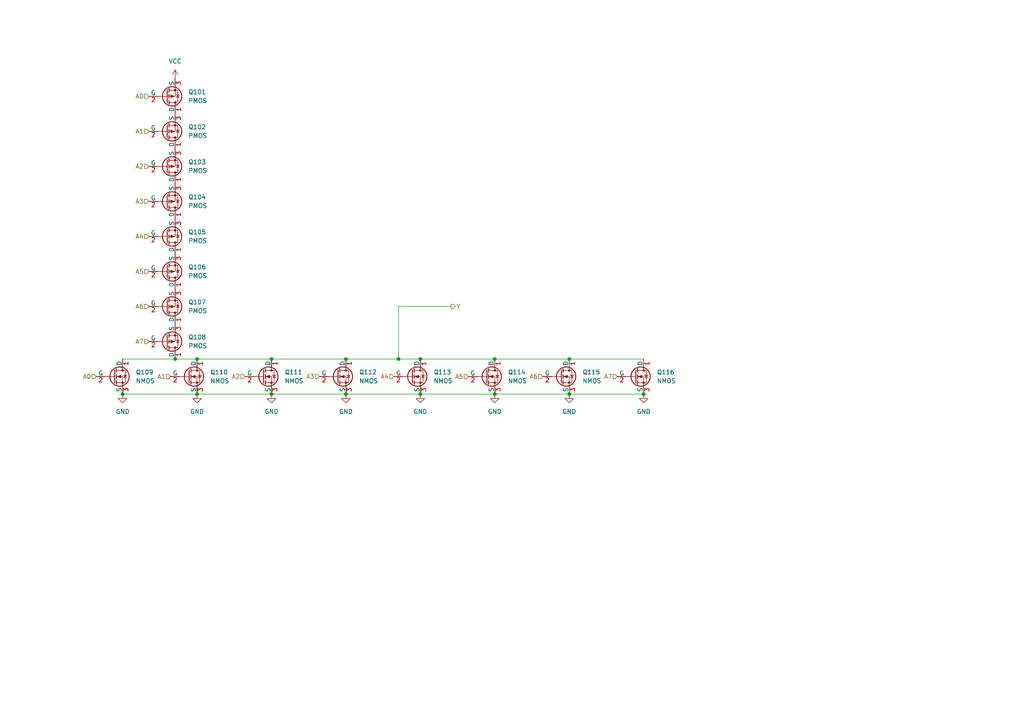
<source format=kicad_sch>
(kicad_sch (version 20250114) (generator "eeschema") (generator_version "9.0")
  (paper "A4")
  (lib_symbols
    (symbol "Simulation_SPICE:NMOS" (pin_names (offset 0))
      (property "Reference" "Q" (at 5.08 1.27 0))
      (property "Value" "NMOS" (at 5.08 -1.27 0))
      (symbol "NMOS_0_1"
        (polyline (pts (xy 0.254 1.905) (xy 0.254 -1.905)) (stroke (width 0.254)))
        (polyline (pts (xy 0.254 0) (xy -2.54 0)))
        (polyline (pts (xy 0.762 2.286) (xy 0.762 1.27)) (stroke (width 0.254)))
        (polyline (pts (xy 0.762 0.508) (xy 0.762 -0.508)) (stroke (width 0.254)))
        (polyline (pts (xy 0.762 -1.27) (xy 0.762 -2.286)) (stroke (width 0.254)))
        (polyline (pts (xy 0.762 -1.778) (xy 3.302 -1.778) (xy 3.302 1.778) (xy 0.762 1.778)))
        (polyline (pts (xy 1.016 0) (xy 2.032 0.381) (xy 2.032 -0.381) (xy 1.016 0)) (fill (type outline)))
        (circle (center 1.651 0) (radius 2.794) (stroke (width 0.254)))
        (polyline (pts (xy 2.54 2.54) (xy 2.54 1.778)))
        (circle (center 2.54 1.778) (radius 0.254) (fill (type outline)))
        (circle (center 2.54 -1.778) (radius 0.254) (fill (type outline)))
        (polyline (pts (xy 2.54 -2.54) (xy 2.54 0) (xy 0.762 0)))
        (polyline (pts (xy 2.794 0.508) (xy 2.921 0.381) (xy 3.683 0.381) (xy 3.81 0.254)))
        (polyline (pts (xy 3.302 0.381) (xy 2.921 -0.254) (xy 3.683 -0.254) (xy 3.302 0.381)))
      )
      (symbol "NMOS_1_1"
        (pin input line (at -5.08 0 0) (length 2.54) (name "G") (number "2"))
        (pin passive line (at 2.54 5.08 270) (length 2.54) (name "D") (number "1"))
        (pin passive line (at 2.54 -5.08 90) (length 2.54) (name "S") (number "3"))
      )
    )
    (symbol "Simulation_SPICE:PMOS" (pin_names (offset 0))
      (property "Reference" "Q" (at 5.08 1.27 0))
      (property "Value" "PMOS" (at 5.08 -1.27 0))
      (symbol "PMOS_0_1"
        (polyline (pts (xy 0.254 1.905) (xy 0.254 -1.905)) (stroke (width 0.254)))
        (polyline (pts (xy 0.254 0) (xy -2.54 0)))
        (polyline (pts (xy 0.762 2.286) (xy 0.762 1.27)) (stroke (width 0.254)))
        (polyline (pts (xy 0.762 1.778) (xy 3.302 1.778) (xy 3.302 -1.778) (xy 0.762 -1.778)))
        (polyline (pts (xy 0.762 0.508) (xy 0.762 -0.508)) (stroke (width 0.254)))
        (polyline (pts (xy 0.762 -1.27) (xy 0.762 -2.286)) (stroke (width 0.254)))
        (circle (center 1.651 0) (radius 2.794) (stroke (width 0.254)))
        (polyline (pts (xy 2.286 0) (xy 1.27 0.381) (xy 1.27 -0.381) (xy 2.286 0)) (fill (type outline)))
        (polyline (pts (xy 2.54 2.54) (xy 2.54 1.778)))
        (circle (center 2.54 1.778) (radius 0.254) (fill (type outline)))
        (circle (center 2.54 -1.778) (radius 0.254) (fill (type outline)))
        (polyline (pts (xy 2.54 -2.54) (xy 2.54 0) (xy 0.762 0)))
        (polyline (pts (xy 2.794 -0.508) (xy 2.921 -0.381) (xy 3.683 -0.381) (xy 3.81 -0.254)))
        (polyline (pts (xy 3.302 -0.381) (xy 2.921 0.254) (xy 3.683 0.254) (xy 3.302 -0.381)))
      )
      (symbol "PMOS_1_1"
        (pin input line (at -5.08 0 0) (length 2.54) (name "G") (number "2"))
        (pin passive line (at 2.54 5.08 270) (length 2.54) (name "D") (number "1"))
        (pin passive line (at 2.54 -5.08 90) (length 2.54) (name "S") (number "3"))
      )
    )
    (symbol "power:GND" (power) (pin_numbers (hide yes)) (pin_names (offset 0) (hide yes))
      (property "Value" "GND" (at 0 -3.81 0))
      (symbol "GND_0_1"
        (polyline (pts (xy 0 0) (xy 0 -1.27) (xy 1.27 -1.27) (xy 0 -2.54) (xy -1.27 -1.27) (xy 0 -1.27)))
      )
      (symbol "GND_1_1"
        (pin power_in line (at 0 0 270) (length 0) (name "~") (number "1"))
      )
    )
    (symbol "power:VCC" (power) (pin_numbers (hide yes)) (pin_names (offset 0) (hide yes))
      (property "Value" "VCC" (at 0 3.556 0))
      (symbol "VCC_0_1"
        (polyline (pts (xy -0.762 1.27) (xy 0 2.54)))
        (polyline (pts (xy 0 2.54) (xy 0.762 1.27)))
        (polyline (pts (xy 0 0) (xy 0 2.54)))
      )
      (symbol "VCC_1_1"
        (pin power_in line (at 0 0 90) (length 0) (name "~") (number "1"))
      )
    )
  )
  (junction (at 165.1 104.14))
  (junction (at 186.69 114.3))
  (junction (at 115.57 104.14))
  (junction (at 78.74 104.14))
  (junction (at 121.92 104.14))
  (junction (at 35.56 114.3))
  (junction (at 143.51 104.14))
  (junction (at 57.15 104.14))
  (junction (at 50.8 104.14))
  (junction (at 78.74 114.3))
  (junction (at 100.33 104.14))
  (junction (at 57.15 114.3))
  (junction (at 165.1 114.3))
  (junction (at 121.92 114.3))
  (junction (at 100.33 114.3))
  (junction (at 143.51 114.3))
  (wire (pts (xy 35.56 104.14) (xy 50.8 104.14)))
  (wire (pts (xy 50.8 104.14) (xy 57.15 104.14)))
  (wire (pts (xy 57.15 114.3) (xy 78.74 114.3)))
  (wire (pts (xy 121.92 114.3) (xy 143.51 114.3)))
  (wire (pts (xy 100.33 114.3) (xy 121.92 114.3)))
  (wire (pts (xy 143.51 114.3) (xy 165.1 114.3)))
  (wire (pts (xy 165.1 114.3) (xy 186.69 114.3)))
  (wire (pts (xy 143.51 104.14) (xy 165.1 104.14)))
  (wire (pts (xy 165.1 104.14) (xy 186.69 104.14)))
  (wire (pts (xy 180.34 109.22) (xy 179.07 109.22)))
  (wire (pts (xy 35.56 114.3) (xy 57.15 114.3)))
  (wire (pts (xy 121.92 104.14) (xy 143.51 104.14)))
  (wire (pts (xy 130.81 88.9) (xy 115.57 88.9)))
  (wire (pts (xy 78.74 114.3) (xy 100.33 114.3)))
  (wire (pts (xy 78.74 104.14) (xy 100.33 104.14)))
  (wire (pts (xy 115.57 104.14) (xy 121.92 104.14)))
  (wire (pts (xy 115.57 88.9) (xy 115.57 104.14)))
  (wire (pts (xy 57.15 104.14) (xy 78.74 104.14)))
  (wire (pts (xy 100.33 104.14) (xy 115.57 104.14)))
  (hierarchical_label "A2" (shape input) (at 71.12 109.22 180))
  (hierarchical_label "A6" (shape input) (at 157.48 109.22 180))
  (hierarchical_label "A0" (shape input) (at 43.18 27.94 180))
  (hierarchical_label "Y" (shape output) (at 130.81 88.9 0))
  (hierarchical_label "A4" (shape input) (at 43.18 68.58 180))
  (hierarchical_label "A6" (shape input) (at 43.18 88.9 180))
  (hierarchical_label "A3" (shape input) (at 43.18 58.42 180))
  (hierarchical_label "A5" (shape input) (at 135.89 109.22 180))
  (hierarchical_label "A7" (shape input) (at 179.07 109.22 180))
  (hierarchical_label "A0" (shape input) (at 27.94 109.22 180))
  (hierarchical_label "A3" (shape input) (at 92.71 109.22 180))
  (hierarchical_label "A1" (shape input) (at 43.18 38.1 180))
  (hierarchical_label "A7" (shape input) (at 43.18 99.06 180))
  (hierarchical_label "A1" (shape input) (at 49.53 109.22 180))
  (hierarchical_label "A5" (shape input) (at 43.18 78.74 180))
  (hierarchical_label "A4" (shape input) (at 114.3 109.22 180))
  (hierarchical_label "A2" (shape input) (at 43.18 48.26 180))
  (symbol (lib_id "power:GND") (at 165.1 114.3 0) (unit 1)
    (property "Reference" "#PWR0107" (effects (hide yes)))
    (property "Value" "GND" (at 165.1 119.38 0))
    (property "Description" "Power symbol creates a global label with name \"GND\" , ground" (effects (hide yes)))
  )
  (symbol (lib_id "Simulation_SPICE:PMOS") (at 48.26 38.1 0) (mirror x) (unit 1)
    (property "Reference" "Q102" (at 54.61 36.8299 0) (effects (justify left)))
    (property "Value" "PMOS" (at 54.61 39.3699 0) (effects (justify left)))
    (property "Footprint" "Package_TO_SOT_SMD:TSOT-23" (effects (hide yes)))
    (property "Datasheet" "https://ngspice.sourceforge.io/docs/ngspice-html-manual/manual.xhtml#cha_MOSFETs" (effects (hide yes)))
    (property "Description" "P-MOSFET transistor, drain/source/gate" (effects (hide yes)))
    (property "Sim.Device" "PMOS" (effects (hide yes)))
    (property "Sim.Type" "MOS1" (effects (hide yes)))
    (property "Sim.Pins" "1=D 2=G 3=S" (effects (hide yes)))
  )
  (symbol (lib_id "power:GND") (at 121.92 114.3 0) (unit 1)
    (property "Reference" "#PWR0104" (effects (hide yes)))
    (property "Value" "GND" (at 121.92 119.38 0))
    (property "Description" "Power symbol creates a global label with name \"GND\" , ground" (effects (hide yes)))
  )
  (symbol (lib_id "power:GND") (at 186.69 114.3 0) (unit 1)
    (property "Reference" "#PWR0108" (effects (hide yes)))
    (property "Value" "GND" (at 186.69 119.38 0))
    (property "Description" "Power symbol creates a global label with name \"GND\" , ground" (effects (hide yes)))
  )
  (symbol (lib_id "power:VCC") (at 50.8 22.86 0) (unit 1)
    (property "Reference" "#PWR0101" (effects (hide yes)))
    (property "Value" "VCC" (at 50.8 17.78 0))
    (property "Description" "Power symbol creates a global label with name \"VCC\"" (effects (hide yes)))
  )
  (symbol (lib_id "power:GND") (at 57.15 114.3 0) (unit 1)
    (property "Reference" "#PWR0109" (effects (hide yes)))
    (property "Value" "GND" (at 57.15 119.38 0))
    (property "Description" "Power symbol creates a global label with name \"GND\" , ground" (effects (hide yes)))
  )
  (symbol (lib_id "Simulation_SPICE:NMOS") (at 140.97 109.22 0) (unit 1)
    (property "Reference" "Q114" (at 147.32 107.9499 0) (effects (justify left)))
    (property "Value" "NMOS" (at 147.32 110.4899 0) (effects (justify left)))
    (property "Footprint" "Package_TO_SOT_SMD:TSOT-23" (effects (hide yes)))
    (property "Datasheet" "https://ngspice.sourceforge.io/docs/ngspice-html-manual/manual.xhtml#cha_MOSFETs" (effects (hide yes)))
    (property "Description" "N-MOSFET transistor, drain/source/gate" (effects (hide yes)))
    (property "Sim.Device" "NMOS" (effects (hide yes)))
    (property "Sim.Type" "MOS1" (effects (hide yes)))
    (property "Sim.Pins" "1=D 2=G 3=S" (effects (hide yes)))
  )
  (symbol (lib_id "Simulation_SPICE:NMOS") (at 54.61 109.22 0) (unit 1)
    (property "Reference" "Q110" (at 60.96 107.9499 0) (effects (justify left)))
    (property "Value" "NMOS" (at 60.96 110.4899 0) (effects (justify left)))
    (property "Footprint" "Package_TO_SOT_SMD:TSOT-23" (effects (hide yes)))
    (property "Datasheet" "https://ngspice.sourceforge.io/docs/ngspice-html-manual/manual.xhtml#cha_MOSFETs" (effects (hide yes)))
    (property "Description" "N-MOSFET transistor, drain/source/gate" (effects (hide yes)))
    (property "Sim.Device" "NMOS" (effects (hide yes)))
    (property "Sim.Type" "MOS1" (effects (hide yes)))
    (property "Sim.Pins" "1=D 2=G 3=S" (effects (hide yes)))
  )
  (symbol (lib_id "power:GND") (at 100.33 114.3 0) (unit 1)
    (property "Reference" "#PWR0106" (effects (hide yes)))
    (property "Value" "GND" (at 100.33 119.38 0))
    (property "Description" "Power symbol creates a global label with name \"GND\" , ground" (effects (hide yes)))
  )
  (symbol (lib_id "Simulation_SPICE:PMOS") (at 48.26 99.06 0) (mirror x) (unit 1)
    (property "Reference" "Q108" (at 54.61 97.7899 0) (effects (justify left)))
    (property "Value" "PMOS" (at 54.61 100.3299 0) (effects (justify left)))
    (property "Footprint" "Package_TO_SOT_SMD:TSOT-23" (effects (hide yes)))
    (property "Datasheet" "https://ngspice.sourceforge.io/docs/ngspice-html-manual/manual.xhtml#cha_MOSFETs" (effects (hide yes)))
    (property "Description" "P-MOSFET transistor, drain/source/gate" (effects (hide yes)))
    (property "Sim.Device" "PMOS" (effects (hide yes)))
    (property "Sim.Type" "MOS1" (effects (hide yes)))
    (property "Sim.Pins" "1=D 2=G 3=S" (effects (hide yes)))
  )
  (symbol (lib_id "Simulation_SPICE:NMOS") (at 97.79 109.22 0) (unit 1)
    (property "Reference" "Q112" (at 104.14 107.9499 0) (effects (justify left)))
    (property "Value" "NMOS" (at 104.14 110.4899 0) (effects (justify left)))
    (property "Footprint" "Package_TO_SOT_SMD:TSOT-23" (effects (hide yes)))
    (property "Datasheet" "https://ngspice.sourceforge.io/docs/ngspice-html-manual/manual.xhtml#cha_MOSFETs" (effects (hide yes)))
    (property "Description" "N-MOSFET transistor, drain/source/gate" (effects (hide yes)))
    (property "Sim.Device" "NMOS" (effects (hide yes)))
    (property "Sim.Type" "MOS1" (effects (hide yes)))
    (property "Sim.Pins" "1=D 2=G 3=S" (effects (hide yes)))
  )
  (symbol (lib_id "Simulation_SPICE:PMOS") (at 48.26 27.94 0) (mirror x) (unit 1)
    (property "Reference" "Q101" (at 54.61 26.6699 0) (effects (justify left)))
    (property "Value" "PMOS" (at 54.61 29.2099 0) (effects (justify left)))
    (property "Footprint" "Package_TO_SOT_SMD:TSOT-23" (effects (hide yes)))
    (property "Datasheet" "https://ngspice.sourceforge.io/docs/ngspice-html-manual/manual.xhtml#cha_MOSFETs" (effects (hide yes)))
    (property "Description" "P-MOSFET transistor, drain/source/gate" (effects (hide yes)))
    (property "Sim.Device" "PMOS" (effects (hide yes)))
    (property "Sim.Type" "MOS1" (effects (hide yes)))
    (property "Sim.Pins" "1=D 2=G 3=S" (effects (hide yes)))
  )
  (symbol (lib_id "Simulation_SPICE:PMOS") (at 48.26 58.42 0) (mirror x) (unit 1)
    (property "Reference" "Q104" (at 54.61 57.1499 0) (effects (justify left)))
    (property "Value" "PMOS" (at 54.61 59.6899 0) (effects (justify left)))
    (property "Footprint" "Package_TO_SOT_SMD:TSOT-23" (effects (hide yes)))
    (property "Datasheet" "https://ngspice.sourceforge.io/docs/ngspice-html-manual/manual.xhtml#cha_MOSFETs" (effects (hide yes)))
    (property "Description" "P-MOSFET transistor, drain/source/gate" (effects (hide yes)))
    (property "Sim.Device" "PMOS" (effects (hide yes)))
    (property "Sim.Type" "MOS1" (effects (hide yes)))
    (property "Sim.Pins" "1=D 2=G 3=S" (effects (hide yes)))
  )
  (symbol (lib_id "power:GND") (at 143.51 114.3 0) (unit 1)
    (property "Reference" "#PWR0105" (effects (hide yes)))
    (property "Value" "GND" (at 143.51 119.38 0))
    (property "Description" "Power symbol creates a global label with name \"GND\" , ground" (effects (hide yes)))
  )
  (symbol (lib_id "Simulation_SPICE:NMOS") (at 184.15 109.22 0) (unit 1)
    (property "Reference" "Q116" (at 190.5 107.9499 0) (effects (justify left)))
    (property "Value" "NMOS" (at 190.5 110.4899 0) (effects (justify left)))
    (property "Footprint" "Package_TO_SOT_SMD:TSOT-23" (effects (hide yes)))
    (property "Datasheet" "https://ngspice.sourceforge.io/docs/ngspice-html-manual/manual.xhtml#cha_MOSFETs" (effects (hide yes)))
    (property "Description" "N-MOSFET transistor, drain/source/gate" (effects (hide yes)))
    (property "Sim.Device" "NMOS" (effects (hide yes)))
    (property "Sim.Type" "MOS1" (effects (hide yes)))
    (property "Sim.Pins" "1=D 2=G 3=S" (effects (hide yes)))
  )
  (symbol (lib_id "Simulation_SPICE:PMOS") (at 48.26 48.26 0) (mirror x) (unit 1)
    (property "Reference" "Q103" (at 54.61 46.9899 0) (effects (justify left)))
    (property "Value" "PMOS" (at 54.61 49.5299 0) (effects (justify left)))
    (property "Footprint" "Package_TO_SOT_SMD:TSOT-23" (effects (hide yes)))
    (property "Datasheet" "https://ngspice.sourceforge.io/docs/ngspice-html-manual/manual.xhtml#cha_MOSFETs" (effects (hide yes)))
    (property "Description" "P-MOSFET transistor, drain/source/gate" (effects (hide yes)))
    (property "Sim.Device" "PMOS" (effects (hide yes)))
    (property "Sim.Type" "MOS1" (effects (hide yes)))
    (property "Sim.Pins" "1=D 2=G 3=S" (effects (hide yes)))
  )
  (symbol (lib_id "Simulation_SPICE:NMOS") (at 162.56 109.22 0) (unit 1)
    (property "Reference" "Q115" (at 168.91 107.9499 0) (effects (justify left)))
    (property "Value" "NMOS" (at 168.91 110.4899 0) (effects (justify left)))
    (property "Footprint" "Package_TO_SOT_SMD:TSOT-23" (effects (hide yes)))
    (property "Datasheet" "https://ngspice.sourceforge.io/docs/ngspice-html-manual/manual.xhtml#cha_MOSFETs" (effects (hide yes)))
    (property "Description" "N-MOSFET transistor, drain/source/gate" (effects (hide yes)))
    (property "Sim.Device" "NMOS" (effects (hide yes)))
    (property "Sim.Type" "MOS1" (effects (hide yes)))
    (property "Sim.Pins" "1=D 2=G 3=S" (effects (hide yes)))
  )
  (symbol (lib_id "Simulation_SPICE:PMOS") (at 48.26 68.58 0) (mirror x) (unit 1)
    (property "Reference" "Q105" (at 54.61 67.3099 0) (effects (justify left)))
    (property "Value" "PMOS" (at 54.61 69.8499 0) (effects (justify left)))
    (property "Footprint" "Package_TO_SOT_SMD:TSOT-23" (effects (hide yes)))
    (property "Datasheet" "https://ngspice.sourceforge.io/docs/ngspice-html-manual/manual.xhtml#cha_MOSFETs" (effects (hide yes)))
    (property "Description" "P-MOSFET transistor, drain/source/gate" (effects (hide yes)))
    (property "Sim.Device" "PMOS" (effects (hide yes)))
    (property "Sim.Type" "MOS1" (effects (hide yes)))
    (property "Sim.Pins" "1=D 2=G 3=S" (effects (hide yes)))
  )
  (symbol (lib_id "Simulation_SPICE:NMOS") (at 76.2 109.22 0) (unit 1)
    (property "Reference" "Q111" (at 82.55 107.9499 0) (effects (justify left)))
    (property "Value" "NMOS" (at 82.55 110.4899 0) (effects (justify left)))
    (property "Footprint" "Package_TO_SOT_SMD:TSOT-23" (effects (hide yes)))
    (property "Datasheet" "https://ngspice.sourceforge.io/docs/ngspice-html-manual/manual.xhtml#cha_MOSFETs" (effects (hide yes)))
    (property "Description" "N-MOSFET transistor, drain/source/gate" (effects (hide yes)))
    (property "Sim.Device" "NMOS" (effects (hide yes)))
    (property "Sim.Type" "MOS1" (effects (hide yes)))
    (property "Sim.Pins" "1=D 2=G 3=S" (effects (hide yes)))
  )
  (symbol (lib_id "Simulation_SPICE:PMOS") (at 48.26 88.9 0) (mirror x) (unit 1)
    (property "Reference" "Q107" (at 54.61 87.6299 0) (effects (justify left)))
    (property "Value" "PMOS" (at 54.61 90.1699 0) (effects (justify left)))
    (property "Footprint" "Package_TO_SOT_SMD:TSOT-23" (effects (hide yes)))
    (property "Datasheet" "https://ngspice.sourceforge.io/docs/ngspice-html-manual/manual.xhtml#cha_MOSFETs" (effects (hide yes)))
    (property "Description" "P-MOSFET transistor, drain/source/gate" (effects (hide yes)))
    (property "Sim.Device" "PMOS" (effects (hide yes)))
    (property "Sim.Type" "MOS1" (effects (hide yes)))
    (property "Sim.Pins" "1=D 2=G 3=S" (effects (hide yes)))
  )
  (symbol (lib_id "Simulation_SPICE:PMOS") (at 48.26 78.74 0) (mirror x) (unit 1)
    (property "Reference" "Q106" (at 54.61 77.4699 0) (effects (justify left)))
    (property "Value" "PMOS" (at 54.61 80.0099 0) (effects (justify left)))
    (property "Footprint" "Package_TO_SOT_SMD:TSOT-23" (effects (hide yes)))
    (property "Datasheet" "https://ngspice.sourceforge.io/docs/ngspice-html-manual/manual.xhtml#cha_MOSFETs" (effects (hide yes)))
    (property "Description" "P-MOSFET transistor, drain/source/gate" (effects (hide yes)))
    (property "Sim.Device" "PMOS" (effects (hide yes)))
    (property "Sim.Type" "MOS1" (effects (hide yes)))
    (property "Sim.Pins" "1=D 2=G 3=S" (effects (hide yes)))
  )
  (symbol (lib_id "Simulation_SPICE:NMOS") (at 33.02 109.22 0) (unit 1)
    (property "Reference" "Q109" (at 39.37 107.9499 0) (effects (justify left)))
    (property "Value" "NMOS" (at 39.37 110.4899 0) (effects (justify left)))
    (property "Footprint" "Package_TO_SOT_SMD:TSOT-23" (effects (hide yes)))
    (property "Datasheet" "https://ngspice.sourceforge.io/docs/ngspice-html-manual/manual.xhtml#cha_MOSFETs" (effects (hide yes)))
    (property "Description" "N-MOSFET transistor, drain/source/gate" (effects (hide yes)))
    (property "Sim.Device" "NMOS" (effects (hide yes)))
    (property "Sim.Type" "MOS1" (effects (hide yes)))
    (property "Sim.Pins" "1=D 2=G 3=S" (effects (hide yes)))
  )
  (symbol (lib_id "power:GND") (at 35.56 114.3 0) (unit 1)
    (property "Reference" "#PWR0102" (effects (hide yes)))
    (property "Value" "GND" (at 35.56 119.38 0))
    (property "Description" "Power symbol creates a global label with name \"GND\" , ground" (effects (hide yes)))
  )
  (symbol (lib_id "Simulation_SPICE:NMOS") (at 119.38 109.22 0) (unit 1)
    (property "Reference" "Q113" (at 125.73 107.9499 0) (effects (justify left)))
    (property "Value" "NMOS" (at 125.73 110.4899 0) (effects (justify left)))
    (property "Footprint" "Package_TO_SOT_SMD:TSOT-23" (effects (hide yes)))
    (property "Datasheet" "https://ngspice.sourceforge.io/docs/ngspice-html-manual/manual.xhtml#cha_MOSFETs" (effects (hide yes)))
    (property "Description" "N-MOSFET transistor, drain/source/gate" (effects (hide yes)))
    (property "Sim.Device" "NMOS" (effects (hide yes)))
    (property "Sim.Type" "MOS1" (effects (hide yes)))
    (property "Sim.Pins" "1=D 2=G 3=S" (effects (hide yes)))
  )
  (symbol (lib_id "power:GND") (at 78.74 114.3 0) (unit 1)
    (property "Reference" "#PWR0103" (effects (hide yes)))
    (property "Value" "GND" (at 78.74 119.38 0))
    (property "Description" "Power symbol creates a global label with name \"GND\" , ground" (effects (hide yes)))
  )
)
</source>
